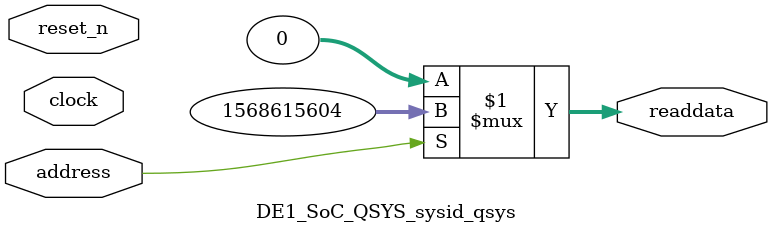
<source format=v>



// synthesis translate_off
`timescale 1ns / 1ps
// synthesis translate_on

// turn off superfluous verilog processor warnings 
// altera message_level Level1 
// altera message_off 10034 10035 10036 10037 10230 10240 10030 

module DE1_SoC_QSYS_sysid_qsys (
               // inputs:
                address,
                clock,
                reset_n,

               // outputs:
                readdata
             )
;

  output  [ 31: 0] readdata;
  input            address;
  input            clock;
  input            reset_n;

  wire    [ 31: 0] readdata;
  //control_slave, which is an e_avalon_slave
  assign readdata = address ? 1568615604 : 0;

endmodule



</source>
